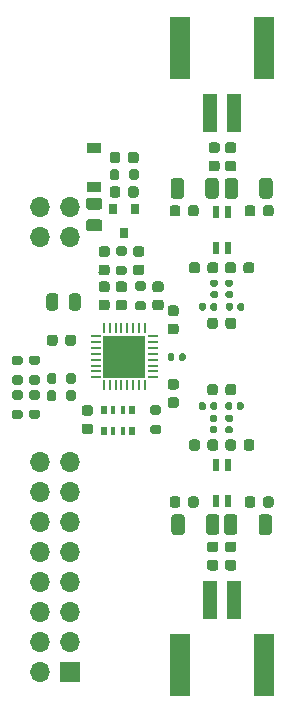
<source format=gbr>
%TF.GenerationSoftware,KiCad,Pcbnew,(5.1.9)-1*%
%TF.CreationDate,2021-07-06T15:26:55+07:00*%
%TF.ProjectId,A2B,4132422e-6b69-4636-9164-5f7063625858,2*%
%TF.SameCoordinates,Original*%
%TF.FileFunction,Soldermask,Top*%
%TF.FilePolarity,Negative*%
%FSLAX46Y46*%
G04 Gerber Fmt 4.6, Leading zero omitted, Abs format (unit mm)*
G04 Created by KiCad (PCBNEW (5.1.9)-1) date 2021-07-06 15:26:55*
%MOMM*%
%LPD*%
G01*
G04 APERTURE LIST*
%ADD10R,3.600000X3.600000*%
%ADD11R,0.249200X0.804800*%
%ADD12R,0.804800X0.249200*%
%ADD13O,1.700000X1.700000*%
%ADD14R,1.700000X1.700000*%
%ADD15R,0.800000X0.900000*%
%ADD16R,0.500000X0.800000*%
%ADD17R,0.400000X0.800000*%
%ADD18R,0.609600X1.041400*%
%ADD19R,1.700000X5.300000*%
%ADD20R,1.200000X3.200000*%
%ADD21R,1.200000X0.900000*%
G04 APERTURE END LIST*
D10*
%TO.C,U1*%
X119905500Y-63663500D03*
D11*
X118155501Y-61261099D03*
X118655500Y-61261099D03*
X119155499Y-61261099D03*
X119655500Y-61261099D03*
X120155500Y-61261099D03*
X120655501Y-61261099D03*
X121155500Y-61261099D03*
X121655499Y-61261099D03*
D12*
X122307901Y-61913501D03*
X122307901Y-62413500D03*
X122307901Y-62913499D03*
X122307901Y-63413500D03*
X122307901Y-63913500D03*
X122307901Y-64413501D03*
X122307901Y-64913500D03*
X122307901Y-65413499D03*
D11*
X121655499Y-66065901D03*
X121155500Y-66065901D03*
X120655501Y-66065901D03*
X120155500Y-66065901D03*
X119655500Y-66065901D03*
X119155499Y-66065901D03*
X118655500Y-66065901D03*
X118155501Y-66065901D03*
D12*
X117503099Y-65413499D03*
X117503099Y-64913500D03*
X117503099Y-64413501D03*
X117503099Y-63913500D03*
X117503099Y-63413500D03*
X117503099Y-62913499D03*
X117503099Y-62413500D03*
X117503099Y-61913501D03*
%TD*%
D13*
%TO.C,D3*%
X115265200Y-53505100D03*
X112725200Y-53505100D03*
X115265200Y-50965100D03*
X112725200Y-50965100D03*
D14*
X115265200Y-90335100D03*
D13*
X112725200Y-90335100D03*
X115265200Y-87795100D03*
X112725200Y-87795100D03*
X115265200Y-85255100D03*
X112725200Y-85255100D03*
X115265200Y-82715100D03*
X112725200Y-82715100D03*
X115265200Y-80175100D03*
X112725200Y-80175100D03*
X115265200Y-77635100D03*
X112725200Y-77635100D03*
X115265200Y-75095100D03*
X112725200Y-75095100D03*
X115265200Y-72555100D03*
X112725200Y-72555100D03*
%TD*%
%TO.C,C7*%
G36*
G01*
X114896500Y-62516500D02*
X114896500Y-62016500D01*
G75*
G02*
X115121500Y-61791500I225000J0D01*
G01*
X115571500Y-61791500D01*
G75*
G02*
X115796500Y-62016500I0J-225000D01*
G01*
X115796500Y-62516500D01*
G75*
G02*
X115571500Y-62741500I-225000J0D01*
G01*
X115121500Y-62741500D01*
G75*
G02*
X114896500Y-62516500I0J225000D01*
G01*
G37*
G36*
G01*
X113346500Y-62516500D02*
X113346500Y-62016500D01*
G75*
G02*
X113571500Y-61791500I225000J0D01*
G01*
X114021500Y-61791500D01*
G75*
G02*
X114246500Y-62016500I0J-225000D01*
G01*
X114246500Y-62516500D01*
G75*
G02*
X114021500Y-62741500I-225000J0D01*
G01*
X113571500Y-62741500D01*
G75*
G02*
X113346500Y-62516500I0J225000D01*
G01*
G37*
%TD*%
%TO.C,C10*%
G36*
G01*
X117941000Y-58845000D02*
X118441000Y-58845000D01*
G75*
G02*
X118666000Y-59070000I0J-225000D01*
G01*
X118666000Y-59520000D01*
G75*
G02*
X118441000Y-59745000I-225000J0D01*
G01*
X117941000Y-59745000D01*
G75*
G02*
X117716000Y-59520000I0J225000D01*
G01*
X117716000Y-59070000D01*
G75*
G02*
X117941000Y-58845000I225000J0D01*
G01*
G37*
G36*
G01*
X117941000Y-57295000D02*
X118441000Y-57295000D01*
G75*
G02*
X118666000Y-57520000I0J-225000D01*
G01*
X118666000Y-57970000D01*
G75*
G02*
X118441000Y-58195000I-225000J0D01*
G01*
X117941000Y-58195000D01*
G75*
G02*
X117716000Y-57970000I0J225000D01*
G01*
X117716000Y-57520000D01*
G75*
G02*
X117941000Y-57295000I225000J0D01*
G01*
G37*
%TD*%
%TO.C,C11*%
G36*
G01*
X117026500Y-70222500D02*
X116526500Y-70222500D01*
G75*
G02*
X116301500Y-69997500I0J225000D01*
G01*
X116301500Y-69547500D01*
G75*
G02*
X116526500Y-69322500I225000J0D01*
G01*
X117026500Y-69322500D01*
G75*
G02*
X117251500Y-69547500I0J-225000D01*
G01*
X117251500Y-69997500D01*
G75*
G02*
X117026500Y-70222500I-225000J0D01*
G01*
G37*
G36*
G01*
X117026500Y-68672500D02*
X116526500Y-68672500D01*
G75*
G02*
X116301500Y-68447500I0J225000D01*
G01*
X116301500Y-67997500D01*
G75*
G02*
X116526500Y-67772500I225000J0D01*
G01*
X117026500Y-67772500D01*
G75*
G02*
X117251500Y-67997500I0J-225000D01*
G01*
X117251500Y-68447500D01*
G75*
G02*
X117026500Y-68672500I-225000J0D01*
G01*
G37*
%TD*%
%TO.C,C12*%
G36*
G01*
X113312000Y-59503000D02*
X113312000Y-58553000D01*
G75*
G02*
X113562000Y-58303000I250000J0D01*
G01*
X114062000Y-58303000D01*
G75*
G02*
X114312000Y-58553000I0J-250000D01*
G01*
X114312000Y-59503000D01*
G75*
G02*
X114062000Y-59753000I-250000J0D01*
G01*
X113562000Y-59753000D01*
G75*
G02*
X113312000Y-59503000I0J250000D01*
G01*
G37*
G36*
G01*
X115212000Y-59503000D02*
X115212000Y-58553000D01*
G75*
G02*
X115462000Y-58303000I250000J0D01*
G01*
X115962000Y-58303000D01*
G75*
G02*
X116212000Y-58553000I0J-250000D01*
G01*
X116212000Y-59503000D01*
G75*
G02*
X115962000Y-59753000I-250000J0D01*
G01*
X115462000Y-59753000D01*
G75*
G02*
X115212000Y-59503000I0J250000D01*
G01*
G37*
%TD*%
%TO.C,C13*%
G36*
G01*
X119401500Y-58845000D02*
X119901500Y-58845000D01*
G75*
G02*
X120126500Y-59070000I0J-225000D01*
G01*
X120126500Y-59520000D01*
G75*
G02*
X119901500Y-59745000I-225000J0D01*
G01*
X119401500Y-59745000D01*
G75*
G02*
X119176500Y-59520000I0J225000D01*
G01*
X119176500Y-59070000D01*
G75*
G02*
X119401500Y-58845000I225000J0D01*
G01*
G37*
G36*
G01*
X119401500Y-57295000D02*
X119901500Y-57295000D01*
G75*
G02*
X120126500Y-57520000I0J-225000D01*
G01*
X120126500Y-57970000D01*
G75*
G02*
X119901500Y-58195000I-225000J0D01*
G01*
X119401500Y-58195000D01*
G75*
G02*
X119176500Y-57970000I0J225000D01*
G01*
X119176500Y-57520000D01*
G75*
G02*
X119401500Y-57295000I225000J0D01*
G01*
G37*
%TD*%
%TO.C,C14*%
G36*
G01*
X121113000Y-49470500D02*
X121113000Y-49970500D01*
G75*
G02*
X120888000Y-50195500I-225000J0D01*
G01*
X120438000Y-50195500D01*
G75*
G02*
X120213000Y-49970500I0J225000D01*
G01*
X120213000Y-49470500D01*
G75*
G02*
X120438000Y-49245500I225000J0D01*
G01*
X120888000Y-49245500D01*
G75*
G02*
X121113000Y-49470500I0J-225000D01*
G01*
G37*
G36*
G01*
X119563000Y-49470500D02*
X119563000Y-49970500D01*
G75*
G02*
X119338000Y-50195500I-225000J0D01*
G01*
X118888000Y-50195500D01*
G75*
G02*
X118663000Y-49970500I0J225000D01*
G01*
X118663000Y-49470500D01*
G75*
G02*
X118888000Y-49245500I225000J0D01*
G01*
X119338000Y-49245500D01*
G75*
G02*
X119563000Y-49470500I0J-225000D01*
G01*
G37*
%TD*%
%TO.C,C15*%
G36*
G01*
X120862000Y-55860500D02*
X121362000Y-55860500D01*
G75*
G02*
X121587000Y-56085500I0J-225000D01*
G01*
X121587000Y-56535500D01*
G75*
G02*
X121362000Y-56760500I-225000J0D01*
G01*
X120862000Y-56760500D01*
G75*
G02*
X120637000Y-56535500I0J225000D01*
G01*
X120637000Y-56085500D01*
G75*
G02*
X120862000Y-55860500I225000J0D01*
G01*
G37*
G36*
G01*
X120862000Y-54310500D02*
X121362000Y-54310500D01*
G75*
G02*
X121587000Y-54535500I0J-225000D01*
G01*
X121587000Y-54985500D01*
G75*
G02*
X121362000Y-55210500I-225000J0D01*
G01*
X120862000Y-55210500D01*
G75*
G02*
X120637000Y-54985500I0J225000D01*
G01*
X120637000Y-54535500D01*
G75*
G02*
X120862000Y-54310500I225000J0D01*
G01*
G37*
%TD*%
%TO.C,C16*%
G36*
G01*
X119563000Y-46549500D02*
X119563000Y-47049500D01*
G75*
G02*
X119338000Y-47274500I-225000J0D01*
G01*
X118888000Y-47274500D01*
G75*
G02*
X118663000Y-47049500I0J225000D01*
G01*
X118663000Y-46549500D01*
G75*
G02*
X118888000Y-46324500I225000J0D01*
G01*
X119338000Y-46324500D01*
G75*
G02*
X119563000Y-46549500I0J-225000D01*
G01*
G37*
G36*
G01*
X121113000Y-46549500D02*
X121113000Y-47049500D01*
G75*
G02*
X120888000Y-47274500I-225000J0D01*
G01*
X120438000Y-47274500D01*
G75*
G02*
X120213000Y-47049500I0J225000D01*
G01*
X120213000Y-46549500D01*
G75*
G02*
X120438000Y-46324500I225000J0D01*
G01*
X120888000Y-46324500D01*
G75*
G02*
X121113000Y-46549500I0J-225000D01*
G01*
G37*
%TD*%
%TO.C,C18*%
G36*
G01*
X124283000Y-60227000D02*
X123783000Y-60227000D01*
G75*
G02*
X123558000Y-60002000I0J225000D01*
G01*
X123558000Y-59552000D01*
G75*
G02*
X123783000Y-59327000I225000J0D01*
G01*
X124283000Y-59327000D01*
G75*
G02*
X124508000Y-59552000I0J-225000D01*
G01*
X124508000Y-60002000D01*
G75*
G02*
X124283000Y-60227000I-225000J0D01*
G01*
G37*
G36*
G01*
X124283000Y-61777000D02*
X123783000Y-61777000D01*
G75*
G02*
X123558000Y-61552000I0J225000D01*
G01*
X123558000Y-61102000D01*
G75*
G02*
X123783000Y-60877000I225000J0D01*
G01*
X124283000Y-60877000D01*
G75*
G02*
X124508000Y-61102000I0J-225000D01*
G01*
X124508000Y-61552000D01*
G75*
G02*
X124283000Y-61777000I-225000J0D01*
G01*
G37*
%TD*%
%TO.C,C19*%
G36*
G01*
X124283000Y-66450000D02*
X123783000Y-66450000D01*
G75*
G02*
X123558000Y-66225000I0J225000D01*
G01*
X123558000Y-65775000D01*
G75*
G02*
X123783000Y-65550000I225000J0D01*
G01*
X124283000Y-65550000D01*
G75*
G02*
X124508000Y-65775000I0J-225000D01*
G01*
X124508000Y-66225000D01*
G75*
G02*
X124283000Y-66450000I-225000J0D01*
G01*
G37*
G36*
G01*
X124283000Y-68000000D02*
X123783000Y-68000000D01*
G75*
G02*
X123558000Y-67775000I0J225000D01*
G01*
X123558000Y-67325000D01*
G75*
G02*
X123783000Y-67100000I225000J0D01*
G01*
X124283000Y-67100000D01*
G75*
G02*
X124508000Y-67325000I0J-225000D01*
G01*
X124508000Y-67775000D01*
G75*
G02*
X124283000Y-68000000I-225000J0D01*
G01*
G37*
%TD*%
%TO.C,C25*%
G36*
G01*
X122495500Y-58845000D02*
X122995500Y-58845000D01*
G75*
G02*
X123220500Y-59070000I0J-225000D01*
G01*
X123220500Y-59520000D01*
G75*
G02*
X122995500Y-59745000I-225000J0D01*
G01*
X122495500Y-59745000D01*
G75*
G02*
X122270500Y-59520000I0J225000D01*
G01*
X122270500Y-59070000D01*
G75*
G02*
X122495500Y-58845000I225000J0D01*
G01*
G37*
G36*
G01*
X122495500Y-57295000D02*
X122995500Y-57295000D01*
G75*
G02*
X123220500Y-57520000I0J-225000D01*
G01*
X123220500Y-57970000D01*
G75*
G02*
X122995500Y-58195000I-225000J0D01*
G01*
X122495500Y-58195000D01*
G75*
G02*
X122270500Y-57970000I0J225000D01*
G01*
X122270500Y-57520000D01*
G75*
G02*
X122495500Y-57295000I225000J0D01*
G01*
G37*
%TD*%
%TO.C,C30*%
G36*
G01*
X118441000Y-55210500D02*
X117941000Y-55210500D01*
G75*
G02*
X117716000Y-54985500I0J225000D01*
G01*
X117716000Y-54535500D01*
G75*
G02*
X117941000Y-54310500I225000J0D01*
G01*
X118441000Y-54310500D01*
G75*
G02*
X118666000Y-54535500I0J-225000D01*
G01*
X118666000Y-54985500D01*
G75*
G02*
X118441000Y-55210500I-225000J0D01*
G01*
G37*
G36*
G01*
X118441000Y-56760500D02*
X117941000Y-56760500D01*
G75*
G02*
X117716000Y-56535500I0J225000D01*
G01*
X117716000Y-56085500D01*
G75*
G02*
X117941000Y-55860500I225000J0D01*
G01*
X118441000Y-55860500D01*
G75*
G02*
X118666000Y-56085500I0J-225000D01*
G01*
X118666000Y-56535500D01*
G75*
G02*
X118441000Y-56760500I-225000J0D01*
G01*
G37*
%TD*%
%TO.C,C31*%
G36*
G01*
X126918000Y-61090800D02*
X126918000Y-60590800D01*
G75*
G02*
X127143000Y-60365800I225000J0D01*
G01*
X127593000Y-60365800D01*
G75*
G02*
X127818000Y-60590800I0J-225000D01*
G01*
X127818000Y-61090800D01*
G75*
G02*
X127593000Y-61315800I-225000J0D01*
G01*
X127143000Y-61315800D01*
G75*
G02*
X126918000Y-61090800I0J225000D01*
G01*
G37*
G36*
G01*
X128468000Y-61090800D02*
X128468000Y-60590800D01*
G75*
G02*
X128693000Y-60365800I225000J0D01*
G01*
X129143000Y-60365800D01*
G75*
G02*
X129368000Y-60590800I0J-225000D01*
G01*
X129368000Y-61090800D01*
G75*
G02*
X129143000Y-61315800I-225000J0D01*
G01*
X128693000Y-61315800D01*
G75*
G02*
X128468000Y-61090800I0J225000D01*
G01*
G37*
%TD*%
%TO.C,C32*%
G36*
G01*
X129368000Y-66196400D02*
X129368000Y-66696400D01*
G75*
G02*
X129143000Y-66921400I-225000J0D01*
G01*
X128693000Y-66921400D01*
G75*
G02*
X128468000Y-66696400I0J225000D01*
G01*
X128468000Y-66196400D01*
G75*
G02*
X128693000Y-65971400I225000J0D01*
G01*
X129143000Y-65971400D01*
G75*
G02*
X129368000Y-66196400I0J-225000D01*
G01*
G37*
G36*
G01*
X127818000Y-66196400D02*
X127818000Y-66696400D01*
G75*
G02*
X127593000Y-66921400I-225000J0D01*
G01*
X127143000Y-66921400D01*
G75*
G02*
X126918000Y-66696400I0J225000D01*
G01*
X126918000Y-66196400D01*
G75*
G02*
X127143000Y-65971400I225000J0D01*
G01*
X127593000Y-65971400D01*
G75*
G02*
X127818000Y-66196400I0J-225000D01*
G01*
G37*
%TD*%
%TO.C,C33*%
G36*
G01*
X126944000Y-56391800D02*
X126944000Y-55891800D01*
G75*
G02*
X127169000Y-55666800I225000J0D01*
G01*
X127619000Y-55666800D01*
G75*
G02*
X127844000Y-55891800I0J-225000D01*
G01*
X127844000Y-56391800D01*
G75*
G02*
X127619000Y-56616800I-225000J0D01*
G01*
X127169000Y-56616800D01*
G75*
G02*
X126944000Y-56391800I0J225000D01*
G01*
G37*
G36*
G01*
X125394000Y-56391800D02*
X125394000Y-55891800D01*
G75*
G02*
X125619000Y-55666800I225000J0D01*
G01*
X126069000Y-55666800D01*
G75*
G02*
X126294000Y-55891800I0J-225000D01*
G01*
X126294000Y-56391800D01*
G75*
G02*
X126069000Y-56616800I-225000J0D01*
G01*
X125619000Y-56616800D01*
G75*
G02*
X125394000Y-56391800I0J225000D01*
G01*
G37*
%TD*%
%TO.C,C34*%
G36*
G01*
X130892000Y-55891800D02*
X130892000Y-56391800D01*
G75*
G02*
X130667000Y-56616800I-225000J0D01*
G01*
X130217000Y-56616800D01*
G75*
G02*
X129992000Y-56391800I0J225000D01*
G01*
X129992000Y-55891800D01*
G75*
G02*
X130217000Y-55666800I225000J0D01*
G01*
X130667000Y-55666800D01*
G75*
G02*
X130892000Y-55891800I0J-225000D01*
G01*
G37*
G36*
G01*
X129342000Y-55891800D02*
X129342000Y-56391800D01*
G75*
G02*
X129117000Y-56616800I-225000J0D01*
G01*
X128667000Y-56616800D01*
G75*
G02*
X128442000Y-56391800I0J225000D01*
G01*
X128442000Y-55891800D01*
G75*
G02*
X128667000Y-55666800I225000J0D01*
G01*
X129117000Y-55666800D01*
G75*
G02*
X129342000Y-55891800I0J-225000D01*
G01*
G37*
%TD*%
%TO.C,C35*%
G36*
G01*
X130904700Y-70895400D02*
X130904700Y-71395400D01*
G75*
G02*
X130679700Y-71620400I-225000J0D01*
G01*
X130229700Y-71620400D01*
G75*
G02*
X130004700Y-71395400I0J225000D01*
G01*
X130004700Y-70895400D01*
G75*
G02*
X130229700Y-70670400I225000J0D01*
G01*
X130679700Y-70670400D01*
G75*
G02*
X130904700Y-70895400I0J-225000D01*
G01*
G37*
G36*
G01*
X129354700Y-70895400D02*
X129354700Y-71395400D01*
G75*
G02*
X129129700Y-71620400I-225000J0D01*
G01*
X128679700Y-71620400D01*
G75*
G02*
X128454700Y-71395400I0J225000D01*
G01*
X128454700Y-70895400D01*
G75*
G02*
X128679700Y-70670400I225000J0D01*
G01*
X129129700Y-70670400D01*
G75*
G02*
X129354700Y-70895400I0J-225000D01*
G01*
G37*
%TD*%
%TO.C,C36*%
G36*
G01*
X125394000Y-71395400D02*
X125394000Y-70895400D01*
G75*
G02*
X125619000Y-70670400I225000J0D01*
G01*
X126069000Y-70670400D01*
G75*
G02*
X126294000Y-70895400I0J-225000D01*
G01*
X126294000Y-71395400D01*
G75*
G02*
X126069000Y-71620400I-225000J0D01*
G01*
X125619000Y-71620400D01*
G75*
G02*
X125394000Y-71395400I0J225000D01*
G01*
G37*
G36*
G01*
X126944000Y-71395400D02*
X126944000Y-70895400D01*
G75*
G02*
X127169000Y-70670400I225000J0D01*
G01*
X127619000Y-70670400D01*
G75*
G02*
X127844000Y-70895400I0J-225000D01*
G01*
X127844000Y-71395400D01*
G75*
G02*
X127619000Y-71620400I-225000J0D01*
G01*
X127169000Y-71620400D01*
G75*
G02*
X126944000Y-71395400I0J225000D01*
G01*
G37*
%TD*%
%TO.C,C39*%
G36*
G01*
X130993000Y-75721400D02*
X130993000Y-76221400D01*
G75*
G02*
X130768000Y-76446400I-225000J0D01*
G01*
X130318000Y-76446400D01*
G75*
G02*
X130093000Y-76221400I0J225000D01*
G01*
X130093000Y-75721400D01*
G75*
G02*
X130318000Y-75496400I225000J0D01*
G01*
X130768000Y-75496400D01*
G75*
G02*
X130993000Y-75721400I0J-225000D01*
G01*
G37*
G36*
G01*
X132543000Y-75721400D02*
X132543000Y-76221400D01*
G75*
G02*
X132318000Y-76446400I-225000J0D01*
G01*
X131868000Y-76446400D01*
G75*
G02*
X131643000Y-76221400I0J225000D01*
G01*
X131643000Y-75721400D01*
G75*
G02*
X131868000Y-75496400I225000J0D01*
G01*
X132318000Y-75496400D01*
G75*
G02*
X132543000Y-75721400I0J-225000D01*
G01*
G37*
%TD*%
%TO.C,C40*%
G36*
G01*
X126193000Y-75721400D02*
X126193000Y-76221400D01*
G75*
G02*
X125968000Y-76446400I-225000J0D01*
G01*
X125518000Y-76446400D01*
G75*
G02*
X125293000Y-76221400I0J225000D01*
G01*
X125293000Y-75721400D01*
G75*
G02*
X125518000Y-75496400I225000J0D01*
G01*
X125968000Y-75496400D01*
G75*
G02*
X126193000Y-75721400I0J-225000D01*
G01*
G37*
G36*
G01*
X124643000Y-75721400D02*
X124643000Y-76221400D01*
G75*
G02*
X124418000Y-76446400I-225000J0D01*
G01*
X123968000Y-76446400D01*
G75*
G02*
X123743000Y-76221400I0J225000D01*
G01*
X123743000Y-75721400D01*
G75*
G02*
X123968000Y-75496400I225000J0D01*
G01*
X124418000Y-75496400D01*
G75*
G02*
X124643000Y-75721400I0J-225000D01*
G01*
G37*
%TD*%
%TO.C,C41*%
G36*
G01*
X125293000Y-51565800D02*
X125293000Y-51065800D01*
G75*
G02*
X125518000Y-50840800I225000J0D01*
G01*
X125968000Y-50840800D01*
G75*
G02*
X126193000Y-51065800I0J-225000D01*
G01*
X126193000Y-51565800D01*
G75*
G02*
X125968000Y-51790800I-225000J0D01*
G01*
X125518000Y-51790800D01*
G75*
G02*
X125293000Y-51565800I0J225000D01*
G01*
G37*
G36*
G01*
X123743000Y-51565800D02*
X123743000Y-51065800D01*
G75*
G02*
X123968000Y-50840800I225000J0D01*
G01*
X124418000Y-50840800D01*
G75*
G02*
X124643000Y-51065800I0J-225000D01*
G01*
X124643000Y-51565800D01*
G75*
G02*
X124418000Y-51790800I-225000J0D01*
G01*
X123968000Y-51790800D01*
G75*
G02*
X123743000Y-51565800I0J225000D01*
G01*
G37*
%TD*%
%TO.C,C42*%
G36*
G01*
X130093000Y-51565800D02*
X130093000Y-51065800D01*
G75*
G02*
X130318000Y-50840800I225000J0D01*
G01*
X130768000Y-50840800D01*
G75*
G02*
X130993000Y-51065800I0J-225000D01*
G01*
X130993000Y-51565800D01*
G75*
G02*
X130768000Y-51790800I-225000J0D01*
G01*
X130318000Y-51790800D01*
G75*
G02*
X130093000Y-51565800I0J225000D01*
G01*
G37*
G36*
G01*
X131643000Y-51565800D02*
X131643000Y-51065800D01*
G75*
G02*
X131868000Y-50840800I225000J0D01*
G01*
X132318000Y-50840800D01*
G75*
G02*
X132543000Y-51065800I0J-225000D01*
G01*
X132543000Y-51565800D01*
G75*
G02*
X132318000Y-51790800I-225000J0D01*
G01*
X131868000Y-51790800D01*
G75*
G02*
X131643000Y-51565800I0J225000D01*
G01*
G37*
%TD*%
%TO.C,C43*%
G36*
G01*
X128655000Y-80868400D02*
X129155000Y-80868400D01*
G75*
G02*
X129380000Y-81093400I0J-225000D01*
G01*
X129380000Y-81543400D01*
G75*
G02*
X129155000Y-81768400I-225000J0D01*
G01*
X128655000Y-81768400D01*
G75*
G02*
X128430000Y-81543400I0J225000D01*
G01*
X128430000Y-81093400D01*
G75*
G02*
X128655000Y-80868400I225000J0D01*
G01*
G37*
G36*
G01*
X128655000Y-79318400D02*
X129155000Y-79318400D01*
G75*
G02*
X129380000Y-79543400I0J-225000D01*
G01*
X129380000Y-79993400D01*
G75*
G02*
X129155000Y-80218400I-225000J0D01*
G01*
X128655000Y-80218400D01*
G75*
G02*
X128430000Y-79993400I0J225000D01*
G01*
X128430000Y-79543400D01*
G75*
G02*
X128655000Y-79318400I225000J0D01*
G01*
G37*
%TD*%
%TO.C,C44*%
G36*
G01*
X127131000Y-79318400D02*
X127631000Y-79318400D01*
G75*
G02*
X127856000Y-79543400I0J-225000D01*
G01*
X127856000Y-79993400D01*
G75*
G02*
X127631000Y-80218400I-225000J0D01*
G01*
X127131000Y-80218400D01*
G75*
G02*
X126906000Y-79993400I0J225000D01*
G01*
X126906000Y-79543400D01*
G75*
G02*
X127131000Y-79318400I225000J0D01*
G01*
G37*
G36*
G01*
X127131000Y-80868400D02*
X127631000Y-80868400D01*
G75*
G02*
X127856000Y-81093400I0J-225000D01*
G01*
X127856000Y-81543400D01*
G75*
G02*
X127631000Y-81768400I-225000J0D01*
G01*
X127131000Y-81768400D01*
G75*
G02*
X126906000Y-81543400I0J225000D01*
G01*
X126906000Y-81093400D01*
G75*
G02*
X127131000Y-80868400I225000J0D01*
G01*
G37*
%TD*%
%TO.C,C46*%
G36*
G01*
X127758000Y-46418800D02*
X127258000Y-46418800D01*
G75*
G02*
X127033000Y-46193800I0J225000D01*
G01*
X127033000Y-45743800D01*
G75*
G02*
X127258000Y-45518800I225000J0D01*
G01*
X127758000Y-45518800D01*
G75*
G02*
X127983000Y-45743800I0J-225000D01*
G01*
X127983000Y-46193800D01*
G75*
G02*
X127758000Y-46418800I-225000J0D01*
G01*
G37*
G36*
G01*
X127758000Y-47968800D02*
X127258000Y-47968800D01*
G75*
G02*
X127033000Y-47743800I0J225000D01*
G01*
X127033000Y-47293800D01*
G75*
G02*
X127258000Y-47068800I225000J0D01*
G01*
X127758000Y-47068800D01*
G75*
G02*
X127983000Y-47293800I0J-225000D01*
G01*
X127983000Y-47743800D01*
G75*
G02*
X127758000Y-47968800I-225000J0D01*
G01*
G37*
%TD*%
%TO.C,C47*%
G36*
G01*
X129155000Y-47968800D02*
X128655000Y-47968800D01*
G75*
G02*
X128430000Y-47743800I0J225000D01*
G01*
X128430000Y-47293800D01*
G75*
G02*
X128655000Y-47068800I225000J0D01*
G01*
X129155000Y-47068800D01*
G75*
G02*
X129380000Y-47293800I0J-225000D01*
G01*
X129380000Y-47743800D01*
G75*
G02*
X129155000Y-47968800I-225000J0D01*
G01*
G37*
G36*
G01*
X129155000Y-46418800D02*
X128655000Y-46418800D01*
G75*
G02*
X128430000Y-46193800I0J225000D01*
G01*
X128430000Y-45743800D01*
G75*
G02*
X128655000Y-45518800I225000J0D01*
G01*
X129155000Y-45518800D01*
G75*
G02*
X129380000Y-45743800I0J-225000D01*
G01*
X129380000Y-46193800D01*
G75*
G02*
X129155000Y-46418800I-225000J0D01*
G01*
G37*
%TD*%
%TO.C,FB2*%
G36*
G01*
X127190000Y-59616300D02*
X127190000Y-59271300D01*
G75*
G02*
X127337500Y-59123800I147500J0D01*
G01*
X127632500Y-59123800D01*
G75*
G02*
X127780000Y-59271300I0J-147500D01*
G01*
X127780000Y-59616300D01*
G75*
G02*
X127632500Y-59763800I-147500J0D01*
G01*
X127337500Y-59763800D01*
G75*
G02*
X127190000Y-59616300I0J147500D01*
G01*
G37*
G36*
G01*
X126220000Y-59616300D02*
X126220000Y-59271300D01*
G75*
G02*
X126367500Y-59123800I147500J0D01*
G01*
X126662500Y-59123800D01*
G75*
G02*
X126810000Y-59271300I0J-147500D01*
G01*
X126810000Y-59616300D01*
G75*
G02*
X126662500Y-59763800I-147500J0D01*
G01*
X126367500Y-59763800D01*
G75*
G02*
X126220000Y-59616300I0J147500D01*
G01*
G37*
%TD*%
%TO.C,FB3*%
G36*
G01*
X128506000Y-59616300D02*
X128506000Y-59271300D01*
G75*
G02*
X128653500Y-59123800I147500J0D01*
G01*
X128948500Y-59123800D01*
G75*
G02*
X129096000Y-59271300I0J-147500D01*
G01*
X129096000Y-59616300D01*
G75*
G02*
X128948500Y-59763800I-147500J0D01*
G01*
X128653500Y-59763800D01*
G75*
G02*
X128506000Y-59616300I0J147500D01*
G01*
G37*
G36*
G01*
X129476000Y-59616300D02*
X129476000Y-59271300D01*
G75*
G02*
X129623500Y-59123800I147500J0D01*
G01*
X129918500Y-59123800D01*
G75*
G02*
X130066000Y-59271300I0J-147500D01*
G01*
X130066000Y-59616300D01*
G75*
G02*
X129918500Y-59763800I-147500J0D01*
G01*
X129623500Y-59763800D01*
G75*
G02*
X129476000Y-59616300I0J147500D01*
G01*
G37*
%TD*%
%TO.C,FB4*%
G36*
G01*
X130002500Y-67670900D02*
X130002500Y-68015900D01*
G75*
G02*
X129855000Y-68163400I-147500J0D01*
G01*
X129560000Y-68163400D01*
G75*
G02*
X129412500Y-68015900I0J147500D01*
G01*
X129412500Y-67670900D01*
G75*
G02*
X129560000Y-67523400I147500J0D01*
G01*
X129855000Y-67523400D01*
G75*
G02*
X130002500Y-67670900I0J-147500D01*
G01*
G37*
G36*
G01*
X129032500Y-67670900D02*
X129032500Y-68015900D01*
G75*
G02*
X128885000Y-68163400I-147500J0D01*
G01*
X128590000Y-68163400D01*
G75*
G02*
X128442500Y-68015900I0J147500D01*
G01*
X128442500Y-67670900D01*
G75*
G02*
X128590000Y-67523400I147500J0D01*
G01*
X128885000Y-67523400D01*
G75*
G02*
X129032500Y-67670900I0J-147500D01*
G01*
G37*
%TD*%
%TO.C,FB5*%
G36*
G01*
X127780000Y-67670900D02*
X127780000Y-68015900D01*
G75*
G02*
X127632500Y-68163400I-147500J0D01*
G01*
X127337500Y-68163400D01*
G75*
G02*
X127190000Y-68015900I0J147500D01*
G01*
X127190000Y-67670900D01*
G75*
G02*
X127337500Y-67523400I147500J0D01*
G01*
X127632500Y-67523400D01*
G75*
G02*
X127780000Y-67670900I0J-147500D01*
G01*
G37*
G36*
G01*
X126810000Y-67670900D02*
X126810000Y-68015900D01*
G75*
G02*
X126662500Y-68163400I-147500J0D01*
G01*
X126367500Y-68163400D01*
G75*
G02*
X126220000Y-68015900I0J147500D01*
G01*
X126220000Y-67670900D01*
G75*
G02*
X126367500Y-67523400I147500J0D01*
G01*
X126662500Y-67523400D01*
G75*
G02*
X126810000Y-67670900I0J-147500D01*
G01*
G37*
%TD*%
%TO.C,L1*%
G36*
G01*
X127680500Y-58699800D02*
X127335500Y-58699800D01*
G75*
G02*
X127188000Y-58552300I0J147500D01*
G01*
X127188000Y-58257300D01*
G75*
G02*
X127335500Y-58109800I147500J0D01*
G01*
X127680500Y-58109800D01*
G75*
G02*
X127828000Y-58257300I0J-147500D01*
G01*
X127828000Y-58552300D01*
G75*
G02*
X127680500Y-58699800I-147500J0D01*
G01*
G37*
G36*
G01*
X127680500Y-57729800D02*
X127335500Y-57729800D01*
G75*
G02*
X127188000Y-57582300I0J147500D01*
G01*
X127188000Y-57287300D01*
G75*
G02*
X127335500Y-57139800I147500J0D01*
G01*
X127680500Y-57139800D01*
G75*
G02*
X127828000Y-57287300I0J-147500D01*
G01*
X127828000Y-57582300D01*
G75*
G02*
X127680500Y-57729800I-147500J0D01*
G01*
G37*
%TD*%
%TO.C,L2*%
G36*
G01*
X128950500Y-57729800D02*
X128605500Y-57729800D01*
G75*
G02*
X128458000Y-57582300I0J147500D01*
G01*
X128458000Y-57287300D01*
G75*
G02*
X128605500Y-57139800I147500J0D01*
G01*
X128950500Y-57139800D01*
G75*
G02*
X129098000Y-57287300I0J-147500D01*
G01*
X129098000Y-57582300D01*
G75*
G02*
X128950500Y-57729800I-147500J0D01*
G01*
G37*
G36*
G01*
X128950500Y-58699800D02*
X128605500Y-58699800D01*
G75*
G02*
X128458000Y-58552300I0J147500D01*
G01*
X128458000Y-58257300D01*
G75*
G02*
X128605500Y-58109800I147500J0D01*
G01*
X128950500Y-58109800D01*
G75*
G02*
X129098000Y-58257300I0J-147500D01*
G01*
X129098000Y-58552300D01*
G75*
G02*
X128950500Y-58699800I-147500J0D01*
G01*
G37*
%TD*%
%TO.C,L3*%
G36*
G01*
X128605500Y-69557400D02*
X128950500Y-69557400D01*
G75*
G02*
X129098000Y-69704900I0J-147500D01*
G01*
X129098000Y-69999900D01*
G75*
G02*
X128950500Y-70147400I-147500J0D01*
G01*
X128605500Y-70147400D01*
G75*
G02*
X128458000Y-69999900I0J147500D01*
G01*
X128458000Y-69704900D01*
G75*
G02*
X128605500Y-69557400I147500J0D01*
G01*
G37*
G36*
G01*
X128605500Y-68587400D02*
X128950500Y-68587400D01*
G75*
G02*
X129098000Y-68734900I0J-147500D01*
G01*
X129098000Y-69029900D01*
G75*
G02*
X128950500Y-69177400I-147500J0D01*
G01*
X128605500Y-69177400D01*
G75*
G02*
X128458000Y-69029900I0J147500D01*
G01*
X128458000Y-68734900D01*
G75*
G02*
X128605500Y-68587400I147500J0D01*
G01*
G37*
%TD*%
%TO.C,L4*%
G36*
G01*
X127272000Y-68587400D02*
X127617000Y-68587400D01*
G75*
G02*
X127764500Y-68734900I0J-147500D01*
G01*
X127764500Y-69029900D01*
G75*
G02*
X127617000Y-69177400I-147500J0D01*
G01*
X127272000Y-69177400D01*
G75*
G02*
X127124500Y-69029900I0J147500D01*
G01*
X127124500Y-68734900D01*
G75*
G02*
X127272000Y-68587400I147500J0D01*
G01*
G37*
G36*
G01*
X127272000Y-69557400D02*
X127617000Y-69557400D01*
G75*
G02*
X127764500Y-69704900I0J-147500D01*
G01*
X127764500Y-69999900D01*
G75*
G02*
X127617000Y-70147400I-147500J0D01*
G01*
X127272000Y-70147400D01*
G75*
G02*
X127124500Y-69999900I0J147500D01*
G01*
X127124500Y-69704900D01*
G75*
G02*
X127272000Y-69557400I147500J0D01*
G01*
G37*
%TD*%
D15*
%TO.C,Q1*%
X120838000Y-51197000D03*
X118938000Y-51197000D03*
X119888000Y-53197000D03*
%TD*%
%TO.C,R1*%
G36*
G01*
X112573200Y-66018800D02*
X112023200Y-66018800D01*
G75*
G02*
X111823200Y-65818800I0J200000D01*
G01*
X111823200Y-65418800D01*
G75*
G02*
X112023200Y-65218800I200000J0D01*
G01*
X112573200Y-65218800D01*
G75*
G02*
X112773200Y-65418800I0J-200000D01*
G01*
X112773200Y-65818800D01*
G75*
G02*
X112573200Y-66018800I-200000J0D01*
G01*
G37*
G36*
G01*
X112573200Y-64368800D02*
X112023200Y-64368800D01*
G75*
G02*
X111823200Y-64168800I0J200000D01*
G01*
X111823200Y-63768800D01*
G75*
G02*
X112023200Y-63568800I200000J0D01*
G01*
X112573200Y-63568800D01*
G75*
G02*
X112773200Y-63768800I0J-200000D01*
G01*
X112773200Y-64168800D01*
G75*
G02*
X112573200Y-64368800I-200000J0D01*
G01*
G37*
%TD*%
%TO.C,R2*%
G36*
G01*
X110562700Y-65218800D02*
X111112700Y-65218800D01*
G75*
G02*
X111312700Y-65418800I0J-200000D01*
G01*
X111312700Y-65818800D01*
G75*
G02*
X111112700Y-66018800I-200000J0D01*
G01*
X110562700Y-66018800D01*
G75*
G02*
X110362700Y-65818800I0J200000D01*
G01*
X110362700Y-65418800D01*
G75*
G02*
X110562700Y-65218800I200000J0D01*
G01*
G37*
G36*
G01*
X110562700Y-63568800D02*
X111112700Y-63568800D01*
G75*
G02*
X111312700Y-63768800I0J-200000D01*
G01*
X111312700Y-64168800D01*
G75*
G02*
X111112700Y-64368800I-200000J0D01*
G01*
X110562700Y-64368800D01*
G75*
G02*
X110362700Y-64168800I0J200000D01*
G01*
X110362700Y-63768800D01*
G75*
G02*
X110562700Y-63568800I200000J0D01*
G01*
G37*
%TD*%
%TO.C,R3*%
G36*
G01*
X112023200Y-68139300D02*
X112573200Y-68139300D01*
G75*
G02*
X112773200Y-68339300I0J-200000D01*
G01*
X112773200Y-68739300D01*
G75*
G02*
X112573200Y-68939300I-200000J0D01*
G01*
X112023200Y-68939300D01*
G75*
G02*
X111823200Y-68739300I0J200000D01*
G01*
X111823200Y-68339300D01*
G75*
G02*
X112023200Y-68139300I200000J0D01*
G01*
G37*
G36*
G01*
X112023200Y-66489300D02*
X112573200Y-66489300D01*
G75*
G02*
X112773200Y-66689300I0J-200000D01*
G01*
X112773200Y-67089300D01*
G75*
G02*
X112573200Y-67289300I-200000J0D01*
G01*
X112023200Y-67289300D01*
G75*
G02*
X111823200Y-67089300I0J200000D01*
G01*
X111823200Y-66689300D01*
G75*
G02*
X112023200Y-66489300I200000J0D01*
G01*
G37*
%TD*%
%TO.C,R4*%
G36*
G01*
X111112700Y-68939300D02*
X110562700Y-68939300D01*
G75*
G02*
X110362700Y-68739300I0J200000D01*
G01*
X110362700Y-68339300D01*
G75*
G02*
X110562700Y-68139300I200000J0D01*
G01*
X111112700Y-68139300D01*
G75*
G02*
X111312700Y-68339300I0J-200000D01*
G01*
X111312700Y-68739300D01*
G75*
G02*
X111112700Y-68939300I-200000J0D01*
G01*
G37*
G36*
G01*
X111112700Y-67289300D02*
X110562700Y-67289300D01*
G75*
G02*
X110362700Y-67089300I0J200000D01*
G01*
X110362700Y-66689300D01*
G75*
G02*
X110562700Y-66489300I200000J0D01*
G01*
X111112700Y-66489300D01*
G75*
G02*
X111312700Y-66689300I0J-200000D01*
G01*
X111312700Y-67089300D01*
G75*
G02*
X111112700Y-67289300I-200000J0D01*
G01*
G37*
%TD*%
%TO.C,R5*%
G36*
G01*
X115796500Y-65230000D02*
X115796500Y-65780000D01*
G75*
G02*
X115596500Y-65980000I-200000J0D01*
G01*
X115196500Y-65980000D01*
G75*
G02*
X114996500Y-65780000I0J200000D01*
G01*
X114996500Y-65230000D01*
G75*
G02*
X115196500Y-65030000I200000J0D01*
G01*
X115596500Y-65030000D01*
G75*
G02*
X115796500Y-65230000I0J-200000D01*
G01*
G37*
G36*
G01*
X114146500Y-65230000D02*
X114146500Y-65780000D01*
G75*
G02*
X113946500Y-65980000I-200000J0D01*
G01*
X113546500Y-65980000D01*
G75*
G02*
X113346500Y-65780000I0J200000D01*
G01*
X113346500Y-65230000D01*
G75*
G02*
X113546500Y-65030000I200000J0D01*
G01*
X113946500Y-65030000D01*
G75*
G02*
X114146500Y-65230000I0J-200000D01*
G01*
G37*
%TD*%
%TO.C,R6*%
G36*
G01*
X114146500Y-66690500D02*
X114146500Y-67240500D01*
G75*
G02*
X113946500Y-67440500I-200000J0D01*
G01*
X113546500Y-67440500D01*
G75*
G02*
X113346500Y-67240500I0J200000D01*
G01*
X113346500Y-66690500D01*
G75*
G02*
X113546500Y-66490500I200000J0D01*
G01*
X113946500Y-66490500D01*
G75*
G02*
X114146500Y-66690500I0J-200000D01*
G01*
G37*
G36*
G01*
X115796500Y-66690500D02*
X115796500Y-67240500D01*
G75*
G02*
X115596500Y-67440500I-200000J0D01*
G01*
X115196500Y-67440500D01*
G75*
G02*
X114996500Y-67240500I0J200000D01*
G01*
X114996500Y-66690500D01*
G75*
G02*
X115196500Y-66490500I200000J0D01*
G01*
X115596500Y-66490500D01*
G75*
G02*
X115796500Y-66690500I0J-200000D01*
G01*
G37*
%TD*%
%TO.C,R8*%
G36*
G01*
X122297500Y-69422500D02*
X122847500Y-69422500D01*
G75*
G02*
X123047500Y-69622500I0J-200000D01*
G01*
X123047500Y-70022500D01*
G75*
G02*
X122847500Y-70222500I-200000J0D01*
G01*
X122297500Y-70222500D01*
G75*
G02*
X122097500Y-70022500I0J200000D01*
G01*
X122097500Y-69622500D01*
G75*
G02*
X122297500Y-69422500I200000J0D01*
G01*
G37*
G36*
G01*
X122297500Y-67772500D02*
X122847500Y-67772500D01*
G75*
G02*
X123047500Y-67972500I0J-200000D01*
G01*
X123047500Y-68372500D01*
G75*
G02*
X122847500Y-68572500I-200000J0D01*
G01*
X122297500Y-68572500D01*
G75*
G02*
X122097500Y-68372500I0J200000D01*
G01*
X122097500Y-67972500D01*
G75*
G02*
X122297500Y-67772500I200000J0D01*
G01*
G37*
%TD*%
%TO.C,R9*%
G36*
G01*
X121010000Y-57295000D02*
X121560000Y-57295000D01*
G75*
G02*
X121760000Y-57495000I0J-200000D01*
G01*
X121760000Y-57895000D01*
G75*
G02*
X121560000Y-58095000I-200000J0D01*
G01*
X121010000Y-58095000D01*
G75*
G02*
X120810000Y-57895000I0J200000D01*
G01*
X120810000Y-57495000D01*
G75*
G02*
X121010000Y-57295000I200000J0D01*
G01*
G37*
G36*
G01*
X121010000Y-58945000D02*
X121560000Y-58945000D01*
G75*
G02*
X121760000Y-59145000I0J-200000D01*
G01*
X121760000Y-59545000D01*
G75*
G02*
X121560000Y-59745000I-200000J0D01*
G01*
X121010000Y-59745000D01*
G75*
G02*
X120810000Y-59545000I0J200000D01*
G01*
X120810000Y-59145000D01*
G75*
G02*
X121010000Y-58945000I200000J0D01*
G01*
G37*
%TD*%
%TO.C,R10*%
G36*
G01*
X119376500Y-55960500D02*
X119926500Y-55960500D01*
G75*
G02*
X120126500Y-56160500I0J-200000D01*
G01*
X120126500Y-56560500D01*
G75*
G02*
X119926500Y-56760500I-200000J0D01*
G01*
X119376500Y-56760500D01*
G75*
G02*
X119176500Y-56560500I0J200000D01*
G01*
X119176500Y-56160500D01*
G75*
G02*
X119376500Y-55960500I200000J0D01*
G01*
G37*
G36*
G01*
X119376500Y-54310500D02*
X119926500Y-54310500D01*
G75*
G02*
X120126500Y-54510500I0J-200000D01*
G01*
X120126500Y-54910500D01*
G75*
G02*
X119926500Y-55110500I-200000J0D01*
G01*
X119376500Y-55110500D01*
G75*
G02*
X119176500Y-54910500I0J200000D01*
G01*
X119176500Y-54510500D01*
G75*
G02*
X119376500Y-54310500I200000J0D01*
G01*
G37*
%TD*%
%TO.C,R11*%
G36*
G01*
X121113000Y-47985000D02*
X121113000Y-48535000D01*
G75*
G02*
X120913000Y-48735000I-200000J0D01*
G01*
X120513000Y-48735000D01*
G75*
G02*
X120313000Y-48535000I0J200000D01*
G01*
X120313000Y-47985000D01*
G75*
G02*
X120513000Y-47785000I200000J0D01*
G01*
X120913000Y-47785000D01*
G75*
G02*
X121113000Y-47985000I0J-200000D01*
G01*
G37*
G36*
G01*
X119463000Y-47985000D02*
X119463000Y-48535000D01*
G75*
G02*
X119263000Y-48735000I-200000J0D01*
G01*
X118863000Y-48735000D01*
G75*
G02*
X118663000Y-48535000I0J200000D01*
G01*
X118663000Y-47985000D01*
G75*
G02*
X118863000Y-47785000I200000J0D01*
G01*
X119263000Y-47785000D01*
G75*
G02*
X119463000Y-47985000I0J-200000D01*
G01*
G37*
%TD*%
D16*
%TO.C,RN1*%
X118180000Y-69961000D03*
D17*
X119780000Y-69961000D03*
X118980000Y-69961000D03*
D16*
X120580000Y-69961000D03*
D17*
X118980000Y-68161000D03*
D16*
X118180000Y-68161000D03*
D17*
X119780000Y-68161000D03*
D16*
X120580000Y-68161000D03*
%TD*%
D18*
%TO.C,L5*%
X128642999Y-72795402D03*
X128642999Y-75845398D03*
X127643001Y-72795402D03*
X127643001Y-75845398D03*
%TD*%
%TO.C,L6*%
X128642999Y-51441802D03*
X128642999Y-54491798D03*
X127643001Y-51441802D03*
X127643001Y-54491798D03*
%TD*%
%TO.C,R13*%
G36*
G01*
X128340500Y-78501403D02*
X128340500Y-77251397D01*
G75*
G02*
X128590497Y-77001400I249997J0D01*
G01*
X129215503Y-77001400D01*
G75*
G02*
X129465500Y-77251397I0J-249997D01*
G01*
X129465500Y-78501403D01*
G75*
G02*
X129215503Y-78751400I-249997J0D01*
G01*
X128590497Y-78751400D01*
G75*
G02*
X128340500Y-78501403I0J249997D01*
G01*
G37*
G36*
G01*
X131265500Y-78501403D02*
X131265500Y-77251397D01*
G75*
G02*
X131515497Y-77001400I249997J0D01*
G01*
X132140503Y-77001400D01*
G75*
G02*
X132390500Y-77251397I0J-249997D01*
G01*
X132390500Y-78501403D01*
G75*
G02*
X132140503Y-78751400I-249997J0D01*
G01*
X131515497Y-78751400D01*
G75*
G02*
X131265500Y-78501403I0J249997D01*
G01*
G37*
%TD*%
%TO.C,R14*%
G36*
G01*
X125020500Y-77251397D02*
X125020500Y-78501403D01*
G75*
G02*
X124770503Y-78751400I-249997J0D01*
G01*
X124145497Y-78751400D01*
G75*
G02*
X123895500Y-78501403I0J249997D01*
G01*
X123895500Y-77251397D01*
G75*
G02*
X124145497Y-77001400I249997J0D01*
G01*
X124770503Y-77001400D01*
G75*
G02*
X125020500Y-77251397I0J-249997D01*
G01*
G37*
G36*
G01*
X127945500Y-77251397D02*
X127945500Y-78501403D01*
G75*
G02*
X127695503Y-78751400I-249997J0D01*
G01*
X127070497Y-78751400D01*
G75*
G02*
X126820500Y-78501403I0J249997D01*
G01*
X126820500Y-77251397D01*
G75*
G02*
X127070497Y-77001400I249997J0D01*
G01*
X127695503Y-77001400D01*
G75*
G02*
X127945500Y-77251397I0J-249997D01*
G01*
G37*
%TD*%
%TO.C,R15*%
G36*
G01*
X127882000Y-48785797D02*
X127882000Y-50035803D01*
G75*
G02*
X127632003Y-50285800I-249997J0D01*
G01*
X127006997Y-50285800D01*
G75*
G02*
X126757000Y-50035803I0J249997D01*
G01*
X126757000Y-48785797D01*
G75*
G02*
X127006997Y-48535800I249997J0D01*
G01*
X127632003Y-48535800D01*
G75*
G02*
X127882000Y-48785797I0J-249997D01*
G01*
G37*
G36*
G01*
X124957000Y-48785797D02*
X124957000Y-50035803D01*
G75*
G02*
X124707003Y-50285800I-249997J0D01*
G01*
X124081997Y-50285800D01*
G75*
G02*
X123832000Y-50035803I0J249997D01*
G01*
X123832000Y-48785797D01*
G75*
G02*
X124081997Y-48535800I249997J0D01*
G01*
X124707003Y-48535800D01*
G75*
G02*
X124957000Y-48785797I0J-249997D01*
G01*
G37*
%TD*%
%TO.C,R16*%
G36*
G01*
X131329000Y-50035803D02*
X131329000Y-48785797D01*
G75*
G02*
X131578997Y-48535800I249997J0D01*
G01*
X132204003Y-48535800D01*
G75*
G02*
X132454000Y-48785797I0J-249997D01*
G01*
X132454000Y-50035803D01*
G75*
G02*
X132204003Y-50285800I-249997J0D01*
G01*
X131578997Y-50285800D01*
G75*
G02*
X131329000Y-50035803I0J249997D01*
G01*
G37*
G36*
G01*
X128404000Y-50035803D02*
X128404000Y-48785797D01*
G75*
G02*
X128653997Y-48535800I249997J0D01*
G01*
X129279003Y-48535800D01*
G75*
G02*
X129529000Y-48785797I0J-249997D01*
G01*
X129529000Y-50035803D01*
G75*
G02*
X129279003Y-50285800I-249997J0D01*
G01*
X128653997Y-50285800D01*
G75*
G02*
X128404000Y-50035803I0J249997D01*
G01*
G37*
%TD*%
D19*
%TO.C,J1*%
X124618400Y-37563600D03*
X131718400Y-37563600D03*
D20*
X127168400Y-43043600D03*
X129168400Y-43043600D03*
%TD*%
%TO.C,J2*%
X127168400Y-84261200D03*
X129168400Y-84261200D03*
D19*
X124618400Y-89741200D03*
X131718400Y-89741200D03*
%TD*%
%TO.C,C17*%
G36*
G01*
X125093000Y-63520500D02*
X125093000Y-63860500D01*
G75*
G02*
X124953000Y-64000500I-140000J0D01*
G01*
X124673000Y-64000500D01*
G75*
G02*
X124533000Y-63860500I0J140000D01*
G01*
X124533000Y-63520500D01*
G75*
G02*
X124673000Y-63380500I140000J0D01*
G01*
X124953000Y-63380500D01*
G75*
G02*
X125093000Y-63520500I0J-140000D01*
G01*
G37*
G36*
G01*
X124133000Y-63520500D02*
X124133000Y-63860500D01*
G75*
G02*
X123993000Y-64000500I-140000J0D01*
G01*
X123713000Y-64000500D01*
G75*
G02*
X123573000Y-63860500I0J140000D01*
G01*
X123573000Y-63520500D01*
G75*
G02*
X123713000Y-63380500I140000J0D01*
G01*
X123993000Y-63380500D01*
G75*
G02*
X124133000Y-63520500I0J-140000D01*
G01*
G37*
%TD*%
%TO.C,R17*%
G36*
G01*
X117798002Y-53050500D02*
X116897998Y-53050500D01*
G75*
G02*
X116648000Y-52800502I0J249998D01*
G01*
X116648000Y-52275498D01*
G75*
G02*
X116897998Y-52025500I249998J0D01*
G01*
X117798002Y-52025500D01*
G75*
G02*
X118048000Y-52275498I0J-249998D01*
G01*
X118048000Y-52800502D01*
G75*
G02*
X117798002Y-53050500I-249998J0D01*
G01*
G37*
G36*
G01*
X117798002Y-51225500D02*
X116897998Y-51225500D01*
G75*
G02*
X116648000Y-50975502I0J249998D01*
G01*
X116648000Y-50450498D01*
G75*
G02*
X116897998Y-50200500I249998J0D01*
G01*
X117798002Y-50200500D01*
G75*
G02*
X118048000Y-50450498I0J-249998D01*
G01*
X118048000Y-50975502D01*
G75*
G02*
X117798002Y-51225500I-249998J0D01*
G01*
G37*
%TD*%
D21*
%TO.C,D1*%
X117348000Y-45975000D03*
X117348000Y-49275000D03*
%TD*%
M02*

</source>
